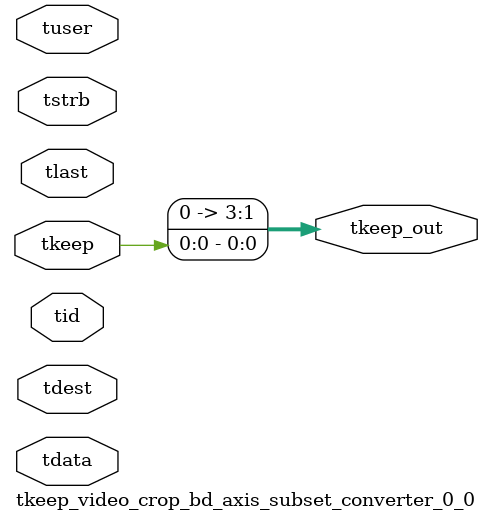
<source format=v>


`timescale 1ps/1ps

module tkeep_video_crop_bd_axis_subset_converter_0_0 #
(
parameter C_S_AXIS_TDATA_WIDTH = 32,
parameter C_S_AXIS_TUSER_WIDTH = 0,
parameter C_S_AXIS_TID_WIDTH   = 0,
parameter C_S_AXIS_TDEST_WIDTH = 0,
parameter C_M_AXIS_TDATA_WIDTH = 32
)
(
input  [(C_S_AXIS_TDATA_WIDTH == 0 ? 1 : C_S_AXIS_TDATA_WIDTH)-1:0     ] tdata,
input  [(C_S_AXIS_TUSER_WIDTH == 0 ? 1 : C_S_AXIS_TUSER_WIDTH)-1:0     ] tuser,
input  [(C_S_AXIS_TID_WIDTH   == 0 ? 1 : C_S_AXIS_TID_WIDTH)-1:0       ] tid,
input  [(C_S_AXIS_TDEST_WIDTH == 0 ? 1 : C_S_AXIS_TDEST_WIDTH)-1:0     ] tdest,
input  [(C_S_AXIS_TDATA_WIDTH/8)-1:0 ] tkeep,
input  [(C_S_AXIS_TDATA_WIDTH/8)-1:0 ] tstrb,
input                                                                    tlast,
output [(C_M_AXIS_TDATA_WIDTH/8)-1:0 ] tkeep_out
);

assign tkeep_out = {tkeep[0:0]};

endmodule


</source>
